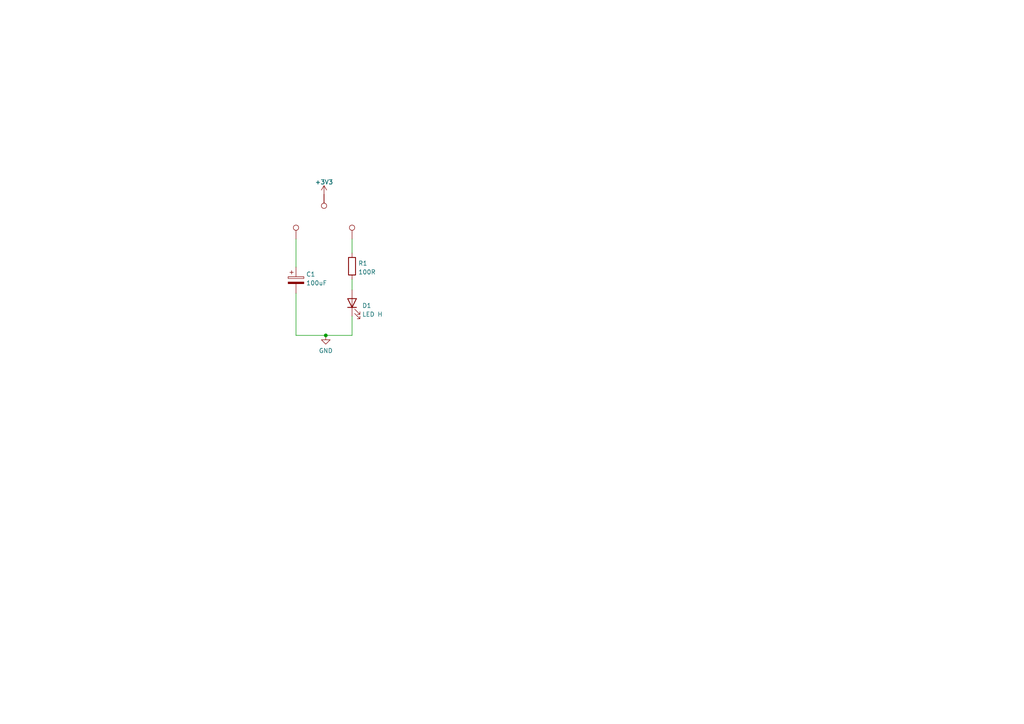
<source format=kicad_sch>
(kicad_sch (version 20211123) (generator eeschema)
  (paper "A4")
  (lib_symbols
    (symbol "Connector:TestPoint" (pin_numbers hide) (pin_names (offset 0.762) hide)
      (property "Reference" "TP" (at 0 6.858 0))
      (property "Value" "TestPoint" (at 0 5.08 0))
      (symbol "TestPoint_0_1"
        (circle (center 0 3.302) (radius 0.762))
      )
      (symbol "TestPoint_1_1"
        (pin passive line (at 0 0 90) (length 2.54) (name "1") (number "1"))
      )
    )
    (symbol "Device:C_Polarized" (pin_numbers hide) (pin_names (offset 0.254))
      (property "Reference" "C" (at 0.635 2.54 0))
      (property "Value" "C_Polarized" (at 0.635 -2.54 0))
      (symbol "C_Polarized_0_1"
        (rectangle (start -2.286 0.508) (end 2.286 1.016))
        (polyline (pts (xy -1.778 2.286) (xy -0.762 2.286)))
        (polyline (pts (xy -1.27 2.794) (xy -1.27 1.778)))
        (rectangle (start 2.286 -0.508) (end -2.286 -1.016) (fill (type outline)))
      )
      (symbol "C_Polarized_1_1"
        (pin passive line (at 0 3.81 270) (length 2.794) (name "~") (number "1"))
        (pin passive line (at 0 -3.81 90) (length 2.794) (name "~") (number "2"))
      )
    )
    (symbol "Device:LED" (pin_numbers hide) (pin_names (offset 1.016) hide)
      (property "Reference" "D" (at 0 2.54 0))
      (property "Value" "LED" (at 0 -2.54 0))
      (symbol "LED_0_1"
        (polyline (pts (xy -1.27 -1.27) (xy -1.27 1.27)) (stroke (width 0.254)))
        (polyline (pts (xy -1.27 0) (xy 1.27 0)))
        (polyline (pts (xy 1.27 -1.27) (xy 1.27 1.27) (xy -1.27 0) (xy 1.27 -1.27)) (stroke (width 0.254)))
        (polyline (pts (xy -3.048 -0.762) (xy -4.572 -2.286) (xy -3.81 -2.286) (xy -4.572 -2.286) (xy -4.572 -1.524)))
        (polyline (pts (xy -1.778 -0.762) (xy -3.302 -2.286) (xy -2.54 -2.286) (xy -3.302 -2.286) (xy -3.302 -1.524)))
      )
      (symbol "LED_1_1"
        (pin passive line (at -3.81 0 0) (length 2.54) (name "K") (number "1"))
        (pin passive line (at 3.81 0 180) (length 2.54) (name "A") (number "2"))
      )
    )
    (symbol "Device:R" (pin_numbers hide) (pin_names (offset 0))
      (property "Reference" "R" (at 2.032 0 90))
      (property "Value" "R" (at 0 0 90))
      (symbol "R_0_1"
        (rectangle (start -1.016 -2.54) (end 1.016 2.54) (stroke (width 0.254)))
      )
      (symbol "R_1_1"
        (pin passive line (at 0 3.81 270) (length 1.27) (name "~") (number "1"))
        (pin passive line (at 0 -3.81 90) (length 1.27) (name "~") (number "2"))
      )
    )
    (symbol "power:+3V3" (power) (pin_names (offset 0))
      (property "Value" "+3V3" (at 0 3.556 0))
      (symbol "+3V3_0_1"
        (polyline (pts (xy -0.762 1.27) (xy 0 2.54)))
        (polyline (pts (xy 0 0) (xy 0 2.54)))
        (polyline (pts (xy 0 2.54) (xy 0.762 1.27)))
      )
      (symbol "+3V3_1_1"
        (pin power_in line (at 0 0 90) (length 0) hide (name "+3V3") (number "1"))
      )
    )
    (symbol "power:GND" (power) (pin_names (offset 0))
      (property "Value" "GND" (at 0 -3.81 0))
      (symbol "GND_0_1"
        (polyline (pts (xy 0 0) (xy 0 -1.27) (xy 1.27 -1.27) (xy 0 -2.54) (xy -1.27 -1.27) (xy 0 -1.27)))
      )
      (symbol "GND_1_1"
        (pin power_in line (at 0 0 270) (length 0) hide (name "GND") (number "1"))
      )
    )
  )
  (junction (at 94.488 97.282))
  (wire (pts (xy 102.108 73.406) (xy 102.108 69.342)))
  (wire (pts (xy 102.108 81.026) (xy 102.108 84.074)))
  (wire (pts (xy 85.852 69.342) (xy 85.852 77.47)))
  (wire (pts (xy 102.108 91.694) (xy 102.108 97.282)))
  (wire (pts (xy 94.488 97.282) (xy 85.852 97.282)))
  (wire (pts (xy 85.852 97.282) (xy 85.852 85.09)))
  (wire (pts (xy 102.108 97.282) (xy 94.488 97.282)))
  (symbol (lib_id "Device:LED") (at 102.108 87.884 90) (unit 1)
    (property "Reference" "D1" (at 105.029 88.6368 90) (effects (justify right)))
    (property "Value" "LED H" (at 105.029 91.1737 90) (effects (justify right)))
  )
  (symbol (lib_id "power:+3V3") (at 93.98 56.388 0) (unit 1)
    (property "Reference" "#PWR?" (effects hide))
    (property "Value" "+3V3" (at 93.98 52.8122 0))
  )
  (symbol (lib_id "Connector:TestPoint") (at 93.98 56.388 180) (unit 1) (in_bom no) (on_board no)
    (property "Reference" "TP?" (effects hide))
    (property "Value" "TestPoint" (effects hide))
  )
  (symbol (lib_id "power:GND") (at 94.488 97.282 0) (unit 1)
    (property "Reference" "#PWR?" (effects hide))
    (property "Value" "GND" (at 94.488 101.7254 0))
  )
  (symbol (lib_id "Connector:TestPoint") (at 85.852 69.342 0) (unit 1) (in_bom no) (on_board no)
    (property "Reference" "TP?" (effects hide))
    (property "Value" "TestPoint" (effects hide))
  )
  (symbol (lib_id "Device:R") (at 102.108 77.216 0) (unit 1)
    (property "Reference" "R1" (at 103.886 76.3813 0) (effects (justify left)))
    (property "Value" "100R" (at 103.886 78.9182 0) (effects (justify left)))
  )
  (symbol (lib_id "Device:C_Polarized") (at 85.852 81.28 0) (unit 1)
    (property "Reference" "C1" (at 88.773 79.5563 0) (effects (justify left)))
    (property "Value" "100uF" (at 88.773 82.0932 0) (effects (justify left)))
  )
  (symbol (lib_id "Connector:TestPoint") (at 102.108 69.342 0) (unit 1) (in_bom no) (on_board no)
    (property "Reference" "TP?" (effects hide))
    (property "Value" "TestPoint" (effects hide))
  )
)
</source>
